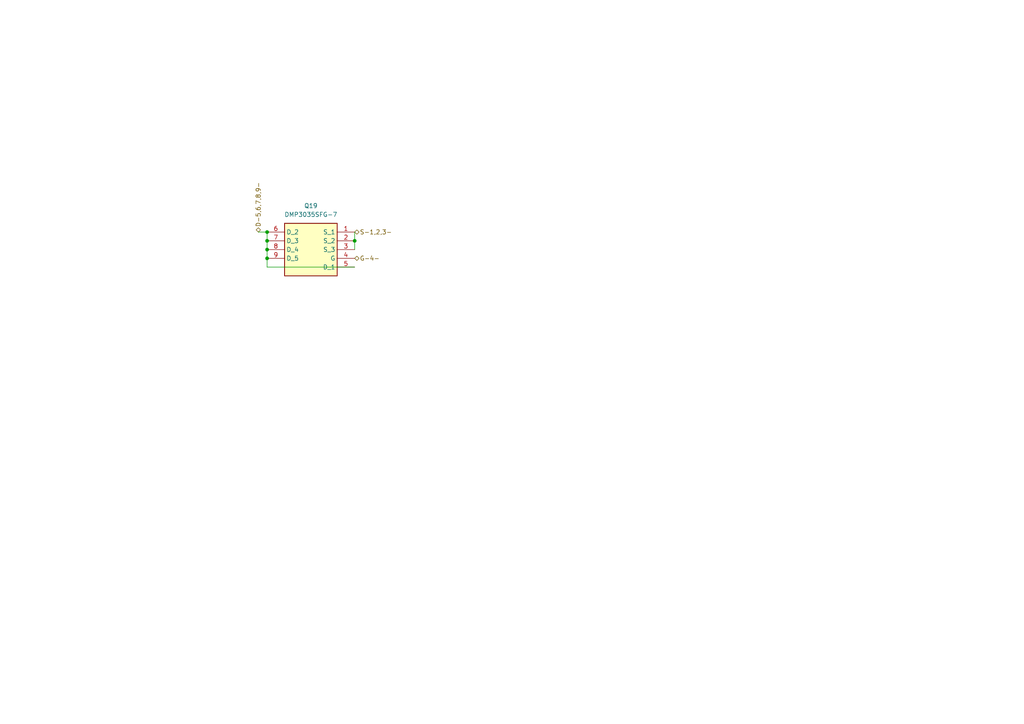
<source format=kicad_sch>
(kicad_sch (version 20250114) (generator "eeschema") (generator_version "9.0")
  (paper "A4")
  (lib_symbols
    (symbol "Custom-Vincent:DMP3035SFG-7"
      (property "Reference" "Q" (at 21.59 7.62 0))
      (property "Value" "DMP3035SFG-7" (at 21.59 5.08 0))
      (symbol "DMP3035SFG-7_1_1"
        (rectangle (start 5.08 2.54) (end 20.32 -12.7) (stroke (width 0.254)) (fill (type background)))
        (pin passive line (at 0 0 0) (length 5.08) (name "S_1") (number "1"))
        (pin passive line (at 0 -2.54 0) (length 5.08) (name "S_2") (number "2"))
        (pin passive line (at 0 -5.08 0) (length 5.08) (name "S_3") (number "3"))
        (pin passive line (at 0 -7.62 0) (length 5.08) (name "G") (number "4"))
        (pin passive line (at 0 -10.16 0) (length 5.08) (name "D_1") (number "5"))
        (pin passive line (at 25.4 0 180) (length 5.08) (name "D_2") (number "6"))
        (pin passive line (at 25.4 -2.54 180) (length 5.08) (name "D_3") (number "7"))
        (pin passive line (at 25.4 -5.08 180) (length 5.08) (name "D_4") (number "8"))
        (pin passive line (at 25.4 -7.62 180) (length 5.08) (name "D_5") (number "9"))
      )
    )
  )
  (junction (at 77.47 72.39))
  (junction (at 77.47 67.31))
  (junction (at 102.87 69.85))
  (junction (at 77.47 74.93))
  (junction (at 77.47 69.85))
  (wire (pts (xy 74.93 67.31) (xy 77.47 67.31)))
  (wire (pts (xy 77.47 72.39) (xy 77.47 74.93)))
  (wire (pts (xy 102.87 67.31) (xy 102.87 69.85)))
  (wire (pts (xy 77.47 69.85) (xy 77.47 72.39)))
  (wire (pts (xy 102.87 77.47) (xy 77.47 77.47)))
  (wire (pts (xy 102.87 69.85) (xy 102.87 72.39)))
  (wire (pts (xy 77.47 74.93) (xy 77.47 77.47)))
  (wire (pts (xy 77.47 67.31) (xy 77.47 69.85)))
  (hierarchical_label "D-5,6,7,8,9-" (shape bidirectional) (at 74.93 67.31 90))
  (hierarchical_label "S-1,2,3-" (shape bidirectional) (at 102.87 67.31 0))
  (hierarchical_label "G-4-" (shape bidirectional) (at 102.87 74.93 0))
  (symbol (lib_id "Custom-Vincent:DMP3035SFG-7") (at 102.87 67.31 0) (mirror y) (unit 1)
    (property "Reference" "Q15" (at 90.17 59.69 0))
    (property "Value" "DMP3035SFG-7" (at 90.17 62.23 0))
    (property "Footprint" "Custom-Vincent:DMT6008LFG7" (effects (hide yes)))
    (property "Datasheet" "https://www.diodes.com//assets/Datasheets/products_inactive_data/DMP3035SFG.pdf" (effects (hide yes)))
    (property "Description" "MOSFET MOSFET BVDSS: 25V-30 PowerDI3333-8 T&R 2K" (effects (hide yes)))
    (property "Mouser Part Number" "621-DMP3035SFG-7" (effects (hide yes)))
    (property "Mouser Price/Stock" "https://www.mouser.co.uk/ProductDetail/Diodes-Incorporated/DMP3035SFG-7?qs=gfe7vQ8txpUAaXLrhqFVaQ%3D%3D" (effects (hide yes)))
    (property "Manufacturer_Name" "Diodes Incorporated" (effects (hide yes)))
    (property "Manufacturer_Part_Number" "DMP3035SFG-7" (effects (hide yes)))
    (property "Number-JLCPCB" "C3279401" (effects (hide yes)))
    (instances (project "BMS" (path "" (reference "Q19") (unit 1)) (path "" (reference "Q16") (unit 1)) (path "" (reference "Q15") (unit 1)) (path "" (reference "Q20") (unit 1)) (path "" (reference "Q22") (unit 1)) (path "" (reference "Q21") (unit 1))))
  )
)
</source>
